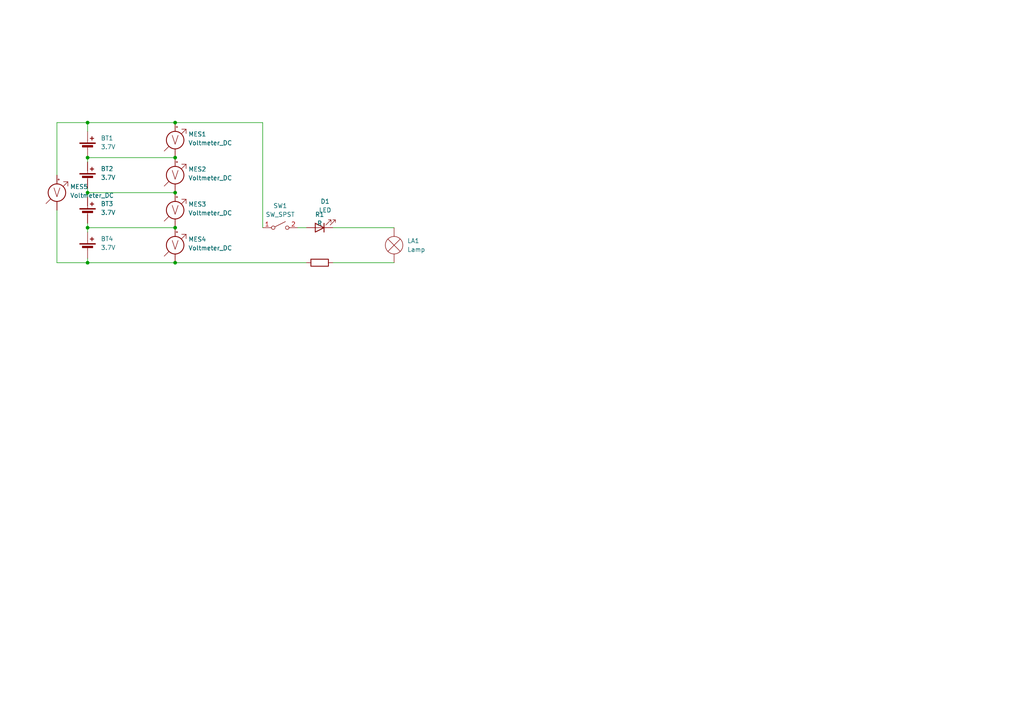
<source format=kicad_sch>
(kicad_sch (version 20231120) (generator "eeschema") (generator_version "8.0")
  (paper "A4")
  (lib_symbols
    (symbol "Device:Battery_Cell" (pin_numbers hide) (pin_names (offset 0) hide)
      (property "Reference" "BT" (at 2.54 2.54 0))
      (property "Value" "Battery_Cell" (at 2.54 0 0))
      (symbol "Battery_Cell_0_1"
        (rectangle (start -2.286 1.778) (end 2.286 1.524) (fill (type outline)))
        (rectangle (start -1.524 1.016) (end 1.524 0.508) (fill (type outline)))
        (polyline (pts (xy 0 0.762) (xy 0 0)))
        (polyline (pts (xy 0 1.778) (xy 0 2.54)))
        (polyline (pts (xy 0.762 3.048) (xy 1.778 3.048)) (stroke (width 0.254)))
        (polyline (pts (xy 1.27 3.556) (xy 1.27 2.54)) (stroke (width 0.254)))
      )
      (symbol "Battery_Cell_1_1"
        (pin passive line (at 0 5.08 270) (length 2.54) (name "+") (number "1"))
        (pin passive line (at 0 -2.54 90) (length 2.54) (name "-") (number "2"))
      )
    )
    (symbol "Device:LED" (pin_numbers hide) (pin_names (offset 1.016) hide)
      (property "Reference" "D" (at 0 2.54 0))
      (property "Value" "LED" (at 0 -2.54 0))
      (symbol "LED_0_1"
        (polyline (pts (xy -1.27 -1.27) (xy -1.27 1.27)) (stroke (width 0.254)))
        (polyline (pts (xy -1.27 0) (xy 1.27 0)))
        (polyline (pts (xy 1.27 -1.27) (xy 1.27 1.27) (xy -1.27 0) (xy 1.27 -1.27)) (stroke (width 0.254)))
        (polyline (pts (xy -3.048 -0.762) (xy -4.572 -2.286) (xy -3.81 -2.286) (xy -4.572 -2.286) (xy -4.572 -1.524)))
        (polyline (pts (xy -1.778 -0.762) (xy -3.302 -2.286) (xy -2.54 -2.286) (xy -3.302 -2.286) (xy -3.302 -1.524)))
      )
      (symbol "LED_1_1"
        (pin passive line (at -3.81 0 0) (length 2.54) (name "K") (number "1"))
        (pin passive line (at 3.81 0 180) (length 2.54) (name "A") (number "2"))
      )
    )
    (symbol "Device:Lamp" (pin_numbers hide) (pin_names (offset 0.0254) hide)
      (property "Reference" "LA" (at 0.635 3.81 0))
      (property "Value" "Lamp" (at 0.635 -3.81 0))
      (symbol "Lamp_0_1"
        (polyline (pts (xy -1.778 1.778) (xy 1.778 -1.778)))
        (polyline (pts (xy 1.778 1.778) (xy -1.778 -1.778)))
        (circle (center 0 0) (radius 2.54))
      )
      (symbol "Lamp_1_1"
        (pin passive line (at 0 -5.08 90) (length 2.54) (name "-") (number "1"))
        (pin passive line (at 0 5.08 270) (length 2.54) (name "+") (number "2"))
      )
    )
    (symbol "Device:R" (pin_numbers hide) (pin_names (offset 0))
      (property "Reference" "R" (at 2.032 0 90))
      (property "Value" "R" (at 0 0 90))
      (symbol "R_0_1"
        (rectangle (start -1.016 -2.54) (end 1.016 2.54) (stroke (width 0.254)))
      )
      (symbol "R_1_1"
        (pin passive line (at 0 3.81 270) (length 1.27) (name "~") (number "1"))
        (pin passive line (at 0 -3.81 90) (length 1.27) (name "~") (number "2"))
      )
    )
    (symbol "Device:Voltmeter_DC" (pin_numbers hide) (pin_names (offset 0.0254) hide)
      (property "Reference" "MES" (at -3.302 1.016 0))
      (property "Value" "Voltmeter_DC" (at -3.302 -0.762 0))
      (symbol "Voltmeter_DC_0_0"
        (polyline (pts (xy -3.175 -3.175) (xy -1.905 -1.905)))
        (polyline (pts (xy 1.905 1.905) (xy 3.175 3.175)))
        (polyline (pts (xy 1.905 3.175) (xy 3.175 3.175) (xy 3.175 1.905)))
        (text "V" (at 0 0 0) (effects (font (size 2.54 2.54))))
      )
      (symbol "Voltmeter_DC_0_1"
        (polyline (pts (xy 0.254 3.81) (xy 0.762 3.81)))
        (polyline (pts (xy 0.508 4.064) (xy 0.508 3.556)))
        (circle (center 0 0) (radius 2.54) (stroke (width 0.254)))
      )
      (symbol "Voltmeter_DC_1_1"
        (pin passive line (at 0 -5.08 90) (length 2.54) (name "-") (number "1"))
        (pin passive line (at 0 5.08 270) (length 2.54) (name "+") (number "2"))
      )
    )
    (symbol "Switch:SW_SPST" (pin_names (offset 0) hide)
      (property "Reference" "SW" (at 0 3.175 0))
      (property "Value" "SW_SPST" (at 0 -2.54 0))
      (symbol "SW_SPST_0_0"
        (circle (center -2.032 0) (radius 0.508))
        (polyline (pts (xy -1.524 0.254) (xy 1.524 1.778)))
        (circle (center 2.032 0) (radius 0.508))
      )
      (symbol "SW_SPST_1_1"
        (pin passive line (at -5.08 0 0) (length 2.54) (name "A") (number "1"))
        (pin passive line (at 5.08 0 180) (length 2.54) (name "B") (number "2"))
      )
    )
  )
  (junction (at 25.4 35.56))
  (junction (at 50.8 45.72))
  (junction (at 50.8 76.2))
  (junction (at 25.4 76.2))
  (junction (at 25.4 45.72))
  (junction (at 50.8 66.04))
  (junction (at 25.4 55.88))
  (junction (at 25.4 66.04))
  (junction (at 50.8 55.88))
  (junction (at 50.8 35.56))
  (wire (pts (xy 25.4 45.72) (xy 50.8 45.72)))
  (wire (pts (xy 76.2 35.56) (xy 76.2 66.04)))
  (wire (pts (xy 25.4 66.04) (xy 50.8 66.04)))
  (wire (pts (xy 50.8 76.2) (xy 88.9 76.2)))
  (wire (pts (xy 25.4 46.99) (xy 25.4 45.72)))
  (wire (pts (xy 96.52 66.04) (xy 114.3 66.04)))
  (wire (pts (xy 16.51 60.96) (xy 16.51 76.2)))
  (wire (pts (xy 50.8 35.56) (xy 76.2 35.56)))
  (wire (pts (xy 25.4 64.77) (xy 25.4 66.04)))
  (wire (pts (xy 25.4 35.56) (xy 25.4 38.1)))
  (wire (pts (xy 25.4 67.31) (xy 25.4 66.04)))
  (wire (pts (xy 16.51 35.56) (xy 16.51 50.8)))
  (wire (pts (xy 25.4 55.88) (xy 25.4 54.61)))
  (wire (pts (xy 25.4 55.88) (xy 50.8 55.88)))
  (wire (pts (xy 16.51 76.2) (xy 25.4 76.2)))
  (wire (pts (xy 25.4 35.56) (xy 50.8 35.56)))
  (wire (pts (xy 25.4 57.15) (xy 25.4 55.88)))
  (wire (pts (xy 25.4 76.2) (xy 50.8 76.2)))
  (wire (pts (xy 25.4 76.2) (xy 25.4 74.93)))
  (wire (pts (xy 16.51 35.56) (xy 25.4 35.56)))
  (wire (pts (xy 86.36 66.04) (xy 88.9 66.04)))
  (wire (pts (xy 96.52 76.2) (xy 114.3 76.2)))
  (symbol (lib_id "Device:Battery_Cell") (at 25.4 52.07 0) (unit 1)
    (property "Reference" "BT2" (at 29.21 48.9584 0) (effects (justify left)))
    (property "Value" "3.7V" (at 29.21 51.4984 0) (effects (justify left)))
    (property "Description" "Single-cell battery" (effects (hide yes)))
  )
  (symbol (lib_id "Device:Lamp") (at 114.3 71.12 0) (unit 1)
    (property "Reference" "LA1" (at 118.11 69.8499 0) (effects (justify left)))
    (property "Value" "Lamp" (at 118.11 72.3899 0) (effects (justify left)))
    (property "Description" "Lamp" (effects (hide yes)))
  )
  (symbol (lib_id "Device:LED") (at 92.71 66.04 180) (unit 1)
    (property "Reference" "D1" (at 94.2975 58.42 0))
    (property "Value" "LED" (at 94.2975 60.96 0))
    (property "Description" "Light emitting diode" (effects (hide yes)))
  )
  (symbol (lib_id "Device:Battery_Cell") (at 25.4 43.18 0) (unit 1)
    (property "Reference" "BT1" (at 29.21 40.0684 0) (effects (justify left)))
    (property "Value" "3.7V" (at 29.21 42.6084 0) (effects (justify left)))
    (property "Description" "Single-cell battery" (effects (hide yes)))
  )
  (symbol (lib_id "Device:Voltmeter_DC") (at 50.8 71.12 0) (unit 1)
    (property "Reference" "MES4" (at 54.61 69.4054 0) (effects (justify left)))
    (property "Value" "Voltmeter_DC" (at 54.61 71.9454 0) (effects (justify left)))
    (property "Description" "DC voltmeter" (effects (hide yes)))
  )
  (symbol (lib_id "Device:Voltmeter_DC") (at 50.8 50.8 0) (unit 1)
    (property "Reference" "MES2" (at 54.61 49.0854 0) (effects (justify left)))
    (property "Value" "Voltmeter_DC" (at 54.61 51.6254 0) (effects (justify left)))
    (property "Description" "DC voltmeter" (effects (hide yes)))
  )
  (symbol (lib_id "Device:Voltmeter_DC") (at 50.8 40.64 0) (unit 1)
    (property "Reference" "MES1" (at 54.61 38.9254 0) (effects (justify left)))
    (property "Value" "Voltmeter_DC" (at 54.61 41.4654 0) (effects (justify left)))
    (property "Description" "DC voltmeter" (effects (hide yes)))
  )
  (symbol (lib_id "Device:Voltmeter_DC") (at 50.8 60.96 0) (unit 1)
    (property "Reference" "MES3" (at 54.61 59.2454 0) (effects (justify left)))
    (property "Value" "Voltmeter_DC" (at 54.61 61.7854 0) (effects (justify left)))
    (property "Description" "DC voltmeter" (effects (hide yes)))
  )
  (symbol (lib_id "Switch:SW_SPST") (at 81.28 66.04 0) (unit 1)
    (property "Reference" "SW1" (at 81.28 59.69 0))
    (property "Value" "SW_SPST" (at 81.28 62.23 0))
    (property "Description" "Single Pole Single Throw (SPST) switch" (effects (hide yes)))
  )
  (symbol (lib_id "Device:Battery_Cell") (at 25.4 72.39 0) (unit 1)
    (property "Reference" "BT4" (at 29.21 69.2784 0) (effects (justify left)))
    (property "Value" "3.7V" (at 29.21 71.8184 0) (effects (justify left)))
    (property "Description" "Single-cell battery" (effects (hide yes)))
  )
  (symbol (lib_id "Device:Battery_Cell") (at 25.4 62.23 0) (unit 1)
    (property "Reference" "BT3" (at 29.21 59.1184 0) (effects (justify left)))
    (property "Value" "3.7V" (at 29.21 61.6584 0) (effects (justify left)))
    (property "Description" "Single-cell battery" (effects (hide yes)))
  )
  (symbol (lib_id "Device:R") (at 92.71 76.2 270) (unit 1)
    (property "Reference" "R1" (at 92.71 62.23 90))
    (property "Value" "R" (at 92.71 64.77 90))
    (property "Description" "Resistor" (effects (hide yes)))
  )
  (symbol (lib_id "Device:Voltmeter_DC") (at 16.51 55.88 0) (unit 1)
    (property "Reference" "MES5" (at 20.32 54.1654 0) (effects (justify left)))
    (property "Value" "Voltmeter_DC" (at 20.32 56.7054 0) (effects (justify left)))
    (property "Description" "DC voltmeter" (effects (hide yes)))
  )
)
</source>
